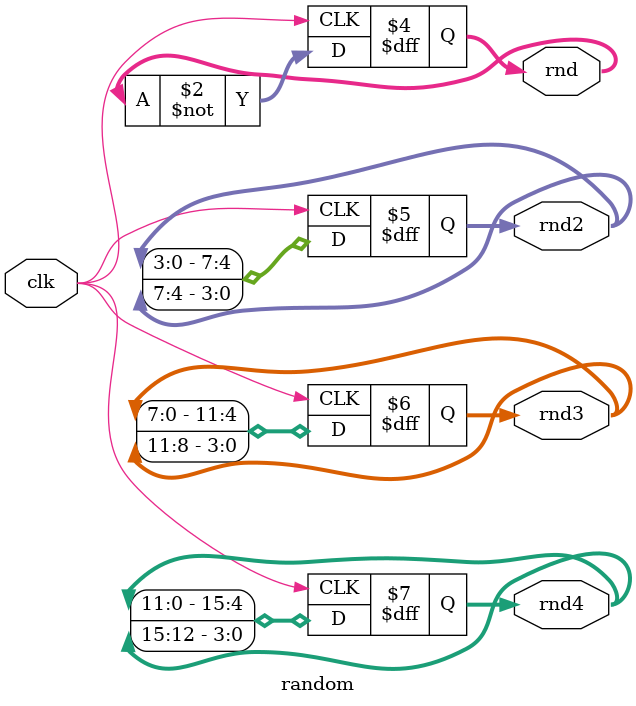
<source format=v>
`timescale 1ns / 1ps

module random (
    input clk, // should be a very fast clock
    output reg [3:0] rnd,
    output reg [7:0] rnd2,
    output reg [11:0] rnd3,
    output reg [15:0] rnd4
);

// Shift register

initial
begin
    rnd = 1;
    rnd2 = 1;
    rnd3 = 1;
    rnd4 = 1;
end

always @(posedge clk)
begin
    rnd <= ~rnd;
    rnd2 <= {rnd2[3:0], rnd2[7:4]};
    rnd3 <= {rnd3[7:4], rnd3[3:0], rnd3[11:8]};
    rnd4 <= {rnd4[11:8], rnd4[7:4], rnd4[3:0], rnd4[15:12]};
end

endmodule

</source>
